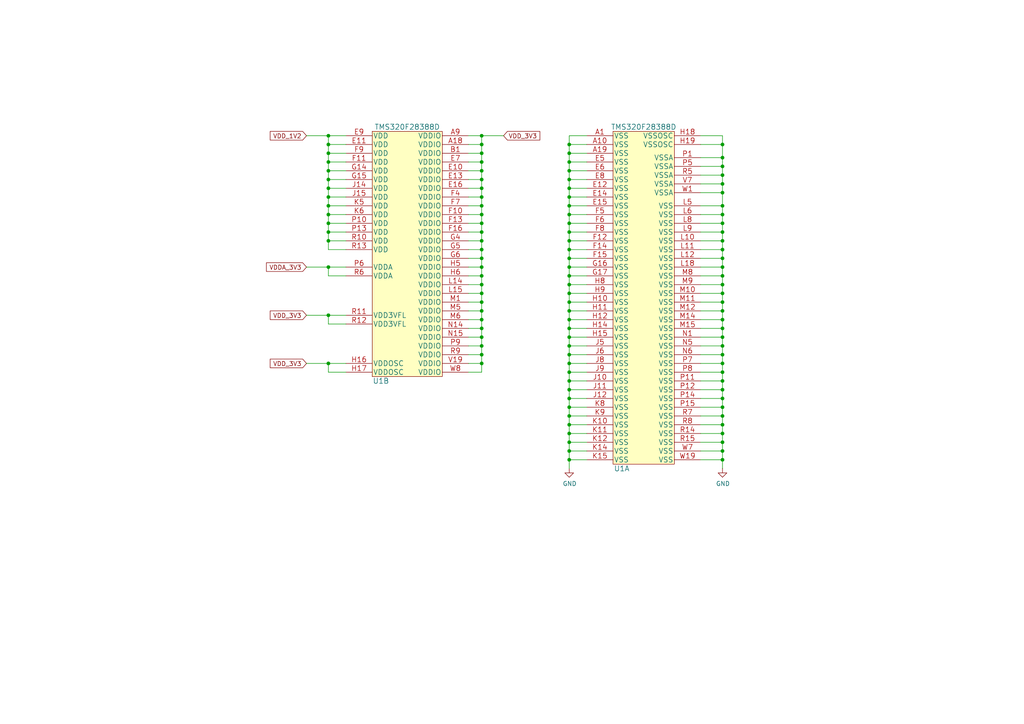
<source format=kicad_sch>
(kicad_sch (version 20231120) (generator "eeschema") (generator_version "8.0")
  (paper "A4")
  (title_block (title "Open MOtor DRiver Initiative  - Single Axis (OMODRI_SA)") (date "2025-03-07") (rev "1.0") (company "LAAS/CNRS"))
  (lib_symbols
    (symbol "omodri_lib:TMS320F28388D" (pin_names (offset 0.254))
      (property "Reference" "U" (at -8.89 55.88 0))
      (property "Value" "TMS320F28388D" (at 0 53.34 0))
      (symbol "TMS320F28388D_1_1"
        (rectangle (start -8.89 49.53) (end 8.89 -46.99) (fill (type background)))
        (pin power_in line (at -16.51 48.26 0) (length 7.62) (name "VSS") (number "A1"))
        (pin power_in line (at -16.51 45.72 0) (length 7.62) (name "VSS") (number "A10"))
        (pin power_in line (at -16.51 43.18 0) (length 7.62) (name "VSS") (number "A19"))
        (pin power_in line (at -16.51 33.02 0) (length 7.62) (name "VSS") (number "E12"))
        (pin power_in line (at -16.51 30.48 0) (length 7.62) (name "VSS") (number "E14"))
        (pin power_in line (at -16.51 27.94 0) (length 7.62) (name "VSS") (number "E15"))
        (pin power_in line (at -16.51 40.64 0) (length 7.62) (name "VSS") (number "E5"))
        (pin power_in line (at -16.51 38.1 0) (length 7.62) (name "VSS") (number "E6"))
        (pin power_in line (at -16.51 35.56 0) (length 7.62) (name "VSS") (number "E8"))
        (pin power_in line (at -16.51 17.78 0) (length 7.62) (name "VSS") (number "F12"))
        (pin power_in line (at -16.51 15.24 0) (length 7.62) (name "VSS") (number "F14"))
        (pin power_in line (at -16.51 12.7 0) (length 7.62) (name "VSS") (number "F15"))
        (pin power_in line (at -16.51 25.4 0) (length 7.62) (name "VSS") (number "F5"))
        (pin power_in line (at -16.51 22.86 0) (length 7.62) (name "VSS") (number "F6"))
        (pin power_in line (at -16.51 20.32 0) (length 7.62) (name "VSS") (number "F8"))
        (pin power_in line (at -16.51 10.16 0) (length 7.62) (name "VSS") (number "G16"))
        (pin power_in line (at -16.51 7.62 0) (length 7.62) (name "VSS") (number "G17"))
        (pin power_in line (at -16.51 0 0) (length 7.62) (name "VSS") (number "H10"))
        (pin power_in line (at -16.51 -2.54 0) (length 7.62) (name "VSS") (number "H11"))
        (pin power_in line (at -16.51 -5.08 0) (length 7.62) (name "VSS") (number "H12"))
        (pin power_in line (at -16.51 -7.62 0) (length 7.62) (name "VSS") (number "H14"))
        (pin power_in line (at -16.51 -10.16 0) (length 7.62) (name "VSS") (number "H15"))
        (pin power_in line (at 16.51 48.26 180) (length 7.62) (name "VSSOSC") (number "H18"))
        (pin power_in line (at 16.51 45.72 180) (length 7.62) (name "VSSOSC") (number "H19"))
        (pin power_in line (at -16.51 5.08 0) (length 7.62) (name "VSS") (number "H8"))
        (pin power_in line (at -16.51 2.54 0) (length 7.62) (name "VSS") (number "H9"))
        (pin power_in line (at -16.51 -22.86 0) (length 7.62) (name "VSS") (number "J10"))
        (pin power_in line (at -16.51 -25.4 0) (length 7.62) (name "VSS") (number "J11"))
        (pin power_in line (at -16.51 -27.94 0) (length 7.62) (name "VSS") (number "J12"))
        (pin power_in line (at -16.51 -12.7 0) (length 7.62) (name "VSS") (number "J5"))
        (pin power_in line (at -16.51 -15.24 0) (length 7.62) (name "VSS") (number "J6"))
        (pin power_in line (at -16.51 -17.78 0) (length 7.62) (name "VSS") (number "J8"))
        (pin power_in line (at -16.51 -20.32 0) (length 7.62) (name "VSS") (number "J9"))
        (pin power_in line (at -16.51 -35.56 0) (length 7.62) (name "VSS") (number "K10"))
        (pin power_in line (at -16.51 -38.1 0) (length 7.62) (name "VSS") (number "K11"))
        (pin power_in line (at -16.51 -40.64 0) (length 7.62) (name "VSS") (number "K12"))
        (pin power_in line (at -16.51 -43.18 0) (length 7.62) (name "VSS") (number "K14"))
        (pin power_in line (at -16.51 -45.72 0) (length 7.62) (name "VSS") (number "K15"))
        (pin power_in line (at -16.51 -30.48 0) (length 7.62) (name "VSS") (number "K8"))
        (pin power_in line (at -16.51 -33.02 0) (length 7.62) (name "VSS") (number "K9"))
        (pin power_in line (at 16.51 17.78 180) (length 7.62) (name "VSS") (number "L10"))
        (pin power_in line (at 16.51 15.24 180) (length 7.62) (name "VSS") (number "L11"))
        (pin power_in line (at 16.51 12.7 180) (length 7.62) (name "VSS") (number "L12"))
        (pin power_in line (at 16.51 10.16 180) (length 7.62) (name "VSS") (number "L18"))
        (pin power_in line (at 16.51 27.94 180) (length 7.62) (name "VSS") (number "L5"))
        (pin power_in line (at 16.51 25.4 180) (length 7.62) (name "VSS") (number "L6"))
        (pin power_in line (at 16.51 22.86 180) (length 7.62) (name "VSS") (number "L8"))
        (pin power_in line (at 16.51 20.32 180) (length 7.62) (name "VSS") (number "L9"))
        (pin power_in line (at 16.51 2.54 180) (length 7.62) (name "VSS") (number "M10"))
        (pin power_in line (at 16.51 0 180) (length 7.62) (name "VSS") (number "M11"))
        (pin power_in line (at 16.51 -2.54 180) (length 7.62) (name "VSS") (number "M12"))
        (pin power_in line (at 16.51 -5.08 180) (length 7.62) (name "VSS") (number "M14"))
        (pin power_in line (at 16.51 -7.62 180) (length 7.62) (name "VSS") (number "M15"))
        (pin power_in line (at 16.51 7.62 180) (length 7.62) (name "VSS") (number "M8"))
        (pin power_in line (at 16.51 5.08 180) (length 7.62) (name "VSS") (number "M9"))
        (pin power_in line (at 16.51 -10.16 180) (length 7.62) (name "VSS") (number "N1"))
        (pin power_in line (at 16.51 -12.7 180) (length 7.62) (name "VSS") (number "N5"))
        (pin power_in line (at 16.51 -15.24 180) (length 7.62) (name "VSS") (number "N6"))
        (pin power_in line (at 16.51 41.91 180) (length 7.62) (name "VSSA") (number "P1"))
        (pin power_in line (at 16.51 -22.86 180) (length 7.62) (name "VSS") (number "P11"))
        (pin power_in line (at 16.51 -25.4 180) (length 7.62) (name "VSS") (number "P12"))
        (pin power_in line (at 16.51 -27.94 180) (length 7.62) (name "VSS") (number "P14"))
        (pin power_in line (at 16.51 -30.48 180) (length 7.62) (name "VSS") (number "P15"))
        (pin power_in line (at 16.51 39.37 180) (length 7.62) (name "VSSA") (number "P5"))
        (pin power_in line (at 16.51 -17.78 180) (length 7.62) (name "VSS") (number "P7"))
        (pin power_in line (at 16.51 -20.32 180) (length 7.62) (name "VSS") (number "P8"))
        (pin power_in line (at 16.51 -38.1 180) (length 7.62) (name "VSS") (number "R14"))
        (pin power_in line (at 16.51 -40.64 180) (length 7.62) (name "VSS") (number "R15"))
        (pin power_in line (at 16.51 36.83 180) (length 7.62) (name "VSSA") (number "R5"))
        (pin power_in line (at 16.51 -33.02 180) (length 7.62) (name "VSS") (number "R7"))
        (pin power_in line (at 16.51 -35.56 180) (length 7.62) (name "VSS") (number "R8"))
        (pin power_in line (at 16.51 34.29 180) (length 7.62) (name "VSSA") (number "V7"))
        (pin power_in line (at 16.51 31.75 180) (length 7.62) (name "VSSA") (number "W1"))
        (pin power_in line (at 16.51 -45.72 180) (length 7.62) (name "VSS") (number "W19"))
        (pin power_in line (at 16.51 -43.18 180) (length 7.62) (name "VSS") (number "W7"))
      )
      (symbol "TMS320F28388D_2_1"
        (rectangle (start -10.16 49.53) (end 10.16 -21.59) (fill (type background)))
        (pin power_in line (at 17.78 45.72 180) (length 7.62) (name "VDDIO") (number "A18"))
        (pin power_in line (at 17.78 48.26 180) (length 7.62) (name "VDDIO") (number "A9"))
        (pin power_in line (at 17.78 43.18 180) (length 7.62) (name "VDDIO") (number "B1"))
        (pin power_in line (at 17.78 38.1 180) (length 7.62) (name "VDDIO") (number "E10"))
        (pin power_in line (at -17.78 45.72 0) (length 7.62) (name "VDD") (number "E11"))
        (pin power_in line (at 17.78 35.56 180) (length 7.62) (name "VDDIO") (number "E13"))
        (pin power_in line (at 17.78 33.02 180) (length 7.62) (name "VDDIO") (number "E16"))
        (pin power_in line (at 17.78 40.64 180) (length 7.62) (name "VDDIO") (number "E7"))
        (pin power_in line (at -17.78 48.26 0) (length 7.62) (name "VDD") (number "E9"))
        (pin power_in line (at 17.78 25.4 180) (length 7.62) (name "VDDIO") (number "F10"))
        (pin power_in line (at -17.78 40.64 0) (length 7.62) (name "VDD") (number "F11"))
        (pin power_in line (at 17.78 22.86 180) (length 7.62) (name "VDDIO") (number "F13"))
        (pin power_in line (at 17.78 20.32 180) (length 7.62) (name "VDDIO") (number "F16"))
        (pin power_in line (at 17.78 30.48 180) (length 7.62) (name "VDDIO") (number "F4"))
        (pin power_in line (at 17.78 27.94 180) (length 7.62) (name "VDDIO") (number "F7"))
        (pin power_in line (at -17.78 43.18 0) (length 7.62) (name "VDD") (number "F9"))
        (pin power_in line (at -17.78 38.1 0) (length 7.62) (name "VDD") (number "G14"))
        (pin power_in line (at -17.78 35.56 0) (length 7.62) (name "VDD") (number "G15"))
        (pin power_in line (at 17.78 17.78 180) (length 7.62) (name "VDDIO") (number "G4"))
        (pin power_in line (at 17.78 15.24 180) (length 7.62) (name "VDDIO") (number "G5"))
        (pin power_in line (at 17.78 12.7 180) (length 7.62) (name "VDDIO") (number "G6"))
        (pin power_in line (at -17.78 -17.78 0) (length 7.62) (name "VDDOSC") (number "H16"))
        (pin power_in line (at -17.78 -20.32 0) (length 7.62) (name "VDDOSC") (number "H17"))
        (pin power_in line (at 17.78 10.16 180) (length 7.62) (name "VDDIO") (number "H5"))
        (pin power_in line (at 17.78 7.62 180) (length 7.62) (name "VDDIO") (number "H6"))
        (pin power_in line (at -17.78 33.02 0) (length 7.62) (name "VDD") (number "J14"))
        (pin power_in line (at -17.78 30.48 0) (length 7.62) (name "VDD") (number "J15"))
        (pin power_in line (at -17.78 27.94 0) (length 7.62) (name "VDD") (number "K5"))
        (pin power_in line (at -17.78 25.4 0) (length 7.62) (name "VDD") (number "K6"))
        (pin power_in line (at 17.78 5.08 180) (length 7.62) (name "VDDIO") (number "L14"))
        (pin power_in line (at 17.78 2.54 180) (length 7.62) (name "VDDIO") (number "L15"))
        (pin power_in line (at 17.78 0 180) (length 7.62) (name "VDDIO") (number "M1"))
        (pin power_in line (at 17.78 -2.54 180) (length 7.62) (name "VDDIO") (number "M5"))
        (pin power_in line (at 17.78 -5.08 180) (length 7.62) (name "VDDIO") (number "M6"))
        (pin power_in line (at 17.78 -7.62 180) (length 7.62) (name "VDDIO") (number "N14"))
        (pin power_in line (at 17.78 -10.16 180) (length 7.62) (name "VDDIO") (number "N15"))
        (pin power_in line (at -17.78 22.86 0) (length 7.62) (name "VDD") (number "P10"))
        (pin power_in line (at -17.78 20.32 0) (length 7.62) (name "VDD") (number "P13"))
        (pin power_in line (at -17.78 10.16 0) (length 7.62) (name "VDDA") (number "P6"))
        (pin power_in line (at 17.78 -12.7 180) (length 7.62) (name "VDDIO") (number "P9"))
        (pin power_in line (at -17.78 17.78 0) (length 7.62) (name "VDD") (number "R10"))
        (pin power_in line (at -17.78 -3.81 0) (length 7.62) (name "VDD3VFL") (number "R11"))
        (pin power_in line (at -17.78 -6.35 0) (length 7.62) (name "VDD3VFL") (number "R12"))
        (pin power_in line (at -17.78 15.24 0) (length 7.62) (name "VDD") (number "R13"))
        (pin power_in line (at -17.78 7.62 0) (length 7.62) (name "VDDA") (number "R6"))
        (pin power_in line (at 17.78 -15.24 180) (length 7.62) (name "VDDIO") (number "R9"))
        (pin power_in line (at 17.78 -17.78 180) (length 7.62) (name "VDDIO") (number "V19"))
        (pin power_in line (at 17.78 -20.32 180) (length 7.62) (name "VDDIO") (number "W8"))
      )
      (symbol "TMS320F28388D_3_1"
        (rectangle (start -11.43 49.53) (end 11.43 -21.59) (fill (type background)))
        (pin power_in line (at -19.05 7.62 0) (length 7.62) (name "VREFLOC") (number "P2"))
        (pin input line (at 19.05 10.16 180) (length 7.62) (name "ADCINC3") (number "P3"))
        (pin input line (at 19.05 5.08 180) (length 7.62) (name "ADCINC5") (number "P4"))
        (pin power_in line (at -19.05 43.18 0) (length 7.62) (name "VREFHIC") (number "R1"))
        (pin power_in line (at -19.05 12.7 0) (length 7.62) (name "VREFLOA") (number "R2"))
        (pin input line (at 19.05 12.7 180) (length 7.62) (name "ADCINC2") (number "R3"))
        (pin input line (at 19.05 7.62 180) (length 7.62) (name "ADCINC4") (number "R4"))
        (pin input line (at 19.05 45.72 180) (length 7.62) (name "ADCINA1") (number "T1"))
        (pin input line (at 19.05 40.64 180) (length 7.62) (name "ADCINA3") (number "T2"))
        (pin input line (at 19.05 35.56 180) (length 7.62) (name "ADCINA5") (number "T3"))
        (pin input line (at 19.05 -17.78 180) (length 7.62) (name "ADCIN14") (number "T4"))
        (pin input line (at 19.05 0 180) (length 7.62) (name "ADCIND0") (number "T5"))
        (pin input line (at 19.05 -5.08 180) (length 7.62) (name "ADCIND2") (number "T6"))
        (pin input line (at 19.05 -10.16 180) (length 7.62) (name "ADCIND4") (number "T7"))
        (pin input line (at 19.05 48.26 180) (length 7.62) (name "ADCINA0") (number "U1"))
        (pin input line (at 19.05 43.18 180) (length 7.62) (name "ADCINA2") (number "U2"))
        (pin input line (at 19.05 38.1 180) (length 7.62) (name "ADCINA4") (number "U3"))
        (pin input line (at 19.05 -20.32 180) (length 7.62) (name "ADCIN15") (number "U4"))
        (pin input line (at 19.05 -2.54 180) (length 7.62) (name "ADCIND1") (number "U5"))
        (pin input line (at 19.05 -7.62 180) (length 7.62) (name "ADCIND3") (number "U6"))
        (pin input line (at 19.05 -12.7 180) (length 7.62) (name "ADCIND5") (number "U7"))
        (pin power_in line (at -19.05 48.26 0) (length 7.62) (name "VREFHIA") (number "V1"))
        (pin input line (at 19.05 30.48 180) (length 7.62) (name "ADCINB0") (number "V2"))
        (pin input line (at 19.05 25.4 180) (length 7.62) (name "ADCINB2") (number "V3"))
        (pin input line (at 19.05 20.32 180) (length 7.62) (name "ADCINB4") (number "V4"))
        (pin power_in line (at -19.05 40.64 0) (length 7.62) (name "VREFHID") (number "V5"))
        (pin power_in line (at -19.05 10.16 0) (length 7.62) (name "VREFLOB") (number "V6"))
        (pin input line (at 19.05 27.94 180) (length 7.62) (name "ADCINB1") (number "W2"))
        (pin input line (at 19.05 22.86 180) (length 7.62) (name "ADCINB3") (number "W3"))
        (pin input line (at 19.05 17.78 180) (length 7.62) (name "ADCINB5") (number "W4"))
        (pin power_in line (at -19.05 45.72 0) (length 7.62) (name "VREFHIB") (number "W5"))
        (pin power_in line (at -19.05 5.08 0) (length 7.62) (name "VREFLOD") (number "W6"))
      )
      (symbol "TMS320F28388D_4_1"
        (rectangle (start -8.89 49.53) (end 8.89 -31.75) (fill (type background)))
        (pin passive line (at 16.51 33.02 180) (length 7.62) (name "GPIO6") (number "A6"))
        (pin passive line (at 16.51 43.18 180) (length 7.62) (name "GPIO2") (number "A7"))
        (pin passive line (at 16.51 22.86 180) (length 7.62) (name "GPIO10") (number "B2"))
        (pin passive line (at 16.51 30.48 180) (length 7.62) (name "GPIO7") (number "B6"))
        (pin passive line (at 16.51 40.64 180) (length 7.62) (name "GPIO3") (number "B7"))
        (pin passive line (at 16.51 20.32 180) (length 7.62) (name "GPIO11") (number "C1"))
        (pin passive line (at 16.51 17.78 180) (length 7.62) (name "GPIO12") (number "C2"))
        (pin passive line (at 16.51 38.1 180) (length 7.62) (name "GPIO4") (number "C7"))
        (pin passive line (at 16.51 48.26 180) (length 7.62) (name "GPIO0") (number "C8"))
        (pin passive line (at 16.51 15.24 180) (length 7.62) (name "GPIO13") (number "D1"))
        (pin passive line (at 16.51 12.7 180) (length 7.62) (name "GPIO14") (number "D2"))
        (pin passive line (at 16.51 10.16 180) (length 7.62) (name "GPIO15") (number "D3"))
        (pin passive line (at 16.51 35.56 180) (length 7.62) (name "GPIO5") (number "D7"))
        (pin passive line (at 16.51 45.72 180) (length 7.62) (name "GPIO1") (number "D8"))
        (pin passive line (at 16.51 7.62 180) (length 7.62) (name "GPIO16") (number "E1"))
        (pin passive line (at 16.51 5.08 180) (length 7.62) (name "GPIO17") (number "E2"))
        (pin passive line (at 16.51 2.54 180) (length 7.62) (name "GPIO18") (number "E3"))
        (pin passive line (at 16.51 0 180) (length 7.62) (name "GPIO19") (number "E4"))
        (pin passive line (at 16.51 -2.54 180) (length 7.62) (name "GPIO20") (number "F2"))
        (pin passive line (at 16.51 -5.08 180) (length 7.62) (name "GPIO21") (number "F3"))
        (pin passive line (at 16.51 27.94 180) (length 7.62) (name "GPIO8") (number "G2"))
        (pin passive line (at 16.51 25.4 180) (length 7.62) (name "GPIO9") (number "G3"))
        (pin passive line (at 16.51 -7.62 180) (length 7.62) (name "GPIO22") (number "J4"))
        (pin passive line (at 16.51 -17.78 180) (length 7.62) (name "GPIO26") (number "K1"))
        (pin passive line (at 16.51 -15.24 180) (length 7.62) (name "GPIO25") (number "K2"))
        (pin passive line (at 16.51 -12.7 180) (length 7.62) (name "GPIO24") (number "K3"))
        (pin passive line (at 16.51 -10.16 180) (length 7.62) (name "GPIO23") (number "K4"))
        (pin passive line (at 16.51 -20.32 180) (length 7.62) (name "GPIO27") (number "L1"))
        (pin passive line (at 16.51 -27.94 180) (length 7.62) (name "GPIO30") (number "T11"))
        (pin passive line (at 16.51 -30.48 180) (length 7.62) (name "GPIO31") (number "U11"))
        (pin passive line (at 16.51 -22.86 180) (length 7.62) (name "GPIO28") (number "V11"))
        (pin passive line (at 16.51 -25.4 180) (length 7.62) (name "GPIO29") (number "W11"))
      )
      (symbol "TMS320F28388D_5_1"
        (rectangle (start -8.89 49.53) (end 8.89 -31.75) (fill (type background)))
        (pin passive line (at 16.51 20.32 180) (length 7.62) (name "GPIO43") (number "C19"))
        (pin passive line (at 16.51 22.86 180) (length 7.62) (name "GPIO42") (number "D19"))
        (pin passive line (at 16.51 10.16 180) (length 7.62) (name "GPIO47") (number "E18"))
        (pin passive line (at 16.51 12.7 180) (length 7.62) (name "GPIO46") (number "E19"))
        (pin passive line (at 16.51 -30.48 180) (length 7.62) (name "GPIO63") (number "J16"))
        (pin passive line (at 16.51 -27.94 180) (length 7.62) (name "GPIO62") (number "J17"))
        (pin passive line (at 16.51 17.78 180) (length 7.62) (name "GPIO44") (number "K18"))
        (pin passive line (at 16.51 15.24 180) (length 7.62) (name "GPIO45") (number "K19"))
        (pin passive line (at 16.51 -25.4 180) (length 7.62) (name "GPIO61") (number "L16"))
        (pin passive line (at 16.51 -20.32 180) (length 7.62) (name "GPIO59") (number "M16"))
        (pin passive line (at 16.51 -22.86 180) (length 7.62) (name "GPIO60") (number "M17"))
        (pin passive line (at 16.51 -12.7 180) (length 7.62) (name "GPIO56") (number "N16"))
        (pin passive line (at 16.51 -17.78 180) (length 7.62) (name "GPIO58") (number "N17"))
        (pin passive line (at 16.51 -15.24 180) (length 7.62) (name "GPIO57") (number "N18"))
        (pin passive line (at 16.51 -2.54 180) (length 7.62) (name "GPIO52") (number "P16"))
        (pin passive line (at 16.51 -5.08 180) (length 7.62) (name "GPIO53") (number "P17"))
        (pin passive line (at 16.51 -7.62 180) (length 7.62) (name "GPIO54") (number "P18"))
        (pin passive line (at 16.51 -10.16 180) (length 7.62) (name "GPIO55") (number "P19"))
        (pin passive line (at 16.51 7.62 180) (length 7.62) (name "GPIO48") (number "R16"))
        (pin passive line (at 16.51 5.08 180) (length 7.62) (name "GPIO49") (number "R17"))
        (pin passive line (at 16.51 2.54 180) (length 7.62) (name "GPIO50") (number "R18"))
        (pin passive line (at 16.51 0 180) (length 7.62) (name "GPIO51") (number "R19"))
        (pin passive line (at 16.51 45.72 180) (length 7.62) (name "GPIO33") (number "T13"))
        (pin passive line (at 16.51 40.64 180) (length 7.62) (name "GPIO35") (number "T14"))
        (pin passive line (at 16.51 33.02 180) (length 7.62) (name "GPIO38") (number "T16"))
        (pin passive line (at 16.51 48.26 180) (length 7.62) (name "GPIO32") (number "U13"))
        (pin passive line (at 16.51 43.18 180) (length 7.62) (name "GPIO34") (number "U14"))
        (pin passive line (at 16.51 35.56 180) (length 7.62) (name "GPIO37") (number "U16"))
        (pin passive line (at 16.51 25.4 180) (length 7.62) (name "GPIO41") (number "U17"))
        (pin passive line (at 16.51 38.1 180) (length 7.62) (name "GPIO36") (number "V16"))
        (pin passive line (at 16.51 27.94 180) (length 7.62) (name "GPIO40") (number "V17"))
        (pin passive line (at 16.51 30.48 180) (length 7.62) (name "GPIO39") (number "W17"))
      )
      (symbol "TMS320F28388D_6_1"
        (rectangle (start -8.89 49.53) (end 8.89 -31.75) (fill (type background)))
        (pin passive line (at 16.51 -2.54 180) (length 7.62) (name "GPIO84") (number "A11"))
        (pin passive line (at 16.51 5.08 180) (length 7.62) (name "GPIO81") (number "A14"))
        (pin passive line (at 16.51 15.24 180) (length 7.62) (name "GPIO77") (number "A15"))
        (pin passive line (at 16.51 25.4 180) (length 7.62) (name "GPIO73") (number "A16"))
        (pin passive line (at 16.51 33.02 180) (length 7.62) (name "GPIO70") (number "A17"))
        (pin passive line (at 16.51 -27.94 180) (length 7.62) (name "GPIO94") (number "A3"))
        (pin passive line (at 16.51 -22.86 180) (length 7.62) (name "GPIO92") (number "A4"))
        (pin passive line (at 16.51 -17.78 180) (length 7.62) (name "GPIO90") (number "A5"))
        (pin passive line (at 16.51 -5.08 180) (length 7.62) (name "GPIO85") (number "B11"))
        (pin passive line (at 16.51 2.54 180) (length 7.62) (name "GPIO82") (number "B14"))
        (pin passive line (at 16.51 12.7 180) (length 7.62) (name "GPIO78") (number "B15"))
        (pin passive line (at 16.51 27.94 180) (length 7.62) (name "GPIO72") (number "B16"))
        (pin passive line (at 16.51 30.48 180) (length 7.62) (name "GPIO71") (number "B17"))
        (pin passive line (at 16.51 35.56 180) (length 7.62) (name "GPIO69") (number "B18"))
        (pin passive line (at 16.51 40.64 180) (length 7.62) (name "GPIO67") (number "B19"))
        (pin passive line (at 16.51 -30.48 180) (length 7.62) (name "GPIO95") (number "B3"))
        (pin passive line (at 16.51 -25.4 180) (length 7.62) (name "GPIO93") (number "B4"))
        (pin passive line (at 16.51 -20.32 180) (length 7.62) (name "GPIO91") (number "B5"))
        (pin passive line (at 16.51 -7.62 180) (length 7.62) (name "GPIO86") (number "C11"))
        (pin passive line (at 16.51 0 180) (length 7.62) (name "GPIO83") (number "C14"))
        (pin passive line (at 16.51 10.16 180) (length 7.62) (name "GPIO79") (number "C15"))
        (pin passive line (at 16.51 17.78 180) (length 7.62) (name "GPIO76") (number "C16"))
        (pin passive line (at 16.51 22.86 180) (length 7.62) (name "GPIO74") (number "C17"))
        (pin passive line (at 16.51 38.1 180) (length 7.62) (name "GPIO68") (number "C18"))
        (pin passive line (at 16.51 -12.7 180) (length 7.62) (name "GPIO88") (number "C6"))
        (pin passive line (at 16.51 -10.16 180) (length 7.62) (name "GPIO87") (number "D11"))
        (pin passive line (at 16.51 7.62 180) (length 7.62) (name "GPIO80") (number "D15"))
        (pin passive line (at 16.51 20.32 180) (length 7.62) (name "GPIO75") (number "D16"))
        (pin passive line (at 16.51 -15.24 180) (length 7.62) (name "GPIO89") (number "D6"))
        (pin passive line (at 16.51 45.72 180) (length 7.62) (name "GPIO65") (number "K16"))
        (pin passive line (at 16.51 43.18 180) (length 7.62) (name "GPIO66") (number "K17"))
        (pin passive line (at 16.51 48.26 180) (length 7.62) (name "GPIO64") (number "L17"))
      )
      (symbol "TMS320F28388D_7_1"
        (rectangle (start -8.89 49.53) (end 8.89 -31.75) (fill (type background)))
        (pin passive line (at 16.51 45.72 180) (length 7.62) (name "GPIO97") (number "A2"))
        (pin passive line (at 16.51 48.26 180) (length 7.62) (name "GPIO96") (number "C3"))
        (pin passive line (at 16.51 43.18 180) (length 7.62) (name "GPIO98") (number "F1"))
        (pin passive line (at 16.51 40.64 180) (length 7.62) (name "GPIO99") (number "G1"))
        (pin passive line (at 16.51 38.1 180) (length 7.62) (name "GPIO100") (number "H1"))
        (pin passive line (at 16.51 35.56 180) (length 7.62) (name "GPIO101") (number "H2"))
        (pin passive line (at 16.51 33.02 180) (length 7.62) (name "GPIO102") (number "H3"))
        (pin passive line (at 16.51 30.48 180) (length 7.62) (name "GPIO103") (number "J1"))
        (pin passive line (at 16.51 27.94 180) (length 7.62) (name "GPIO104") (number "J2"))
        (pin passive line (at 16.51 25.4 180) (length 7.62) (name "GPIO105") (number "J3"))
        (pin passive line (at 16.51 22.86 180) (length 7.62) (name "GPIO106") (number "L2"))
        (pin passive line (at 16.51 20.32 180) (length 7.62) (name "GPIO107") (number "L3"))
        (pin passive line (at 16.51 17.78 180) (length 7.62) (name "GPIO108") (number "L4"))
        (pin passive line (at 16.51 12.7 180) (length 7.62) (name "GPIO110") (number "M2"))
        (pin passive line (at 16.51 7.62 180) (length 7.62) (name "GPIO112") (number "M3"))
        (pin passive line (at 16.51 10.16 180) (length 7.62) (name "GPIO111") (number "M4"))
        (pin passive line (at 16.51 15.24 180) (length 7.62) (name "GPIO109") (number "N2"))
        (pin passive line (at 16.51 2.54 180) (length 7.62) (name "GPIO114") (number "N3"))
        (pin passive line (at 16.51 5.08 180) (length 7.62) (name "GPIO113") (number "N4"))
        (pin passive line (at 16.51 -7.62 180) (length 7.62) (name "GPIO118") (number "T12"))
        (pin passive line (at 16.51 -10.16 180) (length 7.62) (name "GPIO119") (number "T15"))
        (pin passive line (at 16.51 -17.78 180) (length 7.62) (name "GPIO122") (number "T8"))
        (pin passive line (at 16.51 -25.4 180) (length 7.62) (name "GPIO125") (number "T9"))
        (pin passive line (at 16.51 -5.08 180) (length 7.62) (name "GPIO117") (number "U12"))
        (pin passive line (at 16.51 -12.7 180) (length 7.62) (name "GPIO120") (number "U15"))
        (pin passive line (at 16.51 -20.32 180) (length 7.62) (name "GPIO123") (number "U8"))
        (pin passive line (at 16.51 -27.94 180) (length 7.62) (name "GPIO126") (number "U9"))
        (pin passive line (at 16.51 0 180) (length 7.62) (name "GPIO115") (number "V12"))
        (pin passive line (at 16.51 -22.86 180) (length 7.62) (name "GPIO124") (number "V8"))
        (pin passive line (at 16.51 -30.48 180) (length 7.62) (name "GPIO127") (number "V9"))
        (pin passive line (at 16.51 -2.54 180) (length 7.62) (name "GPIO116") (number "W10"))
        (pin passive line (at 16.51 -15.24 180) (length 7.62) (name "GPIO121") (number "W16"))
      )
      (symbol "TMS320F28388D_8_1"
        (rectangle (start -8.89 49.53) (end 8.89 -31.75) (fill (type background)))
        (pin passive line (at 16.51 -15.24 180) (length 7.62) (name "GPIO153") (number "A12"))
        (pin passive line (at 16.51 -5.08 180) (length 7.62) (name "GPIO149") (number "A13"))
        (pin passive line (at 16.51 -25.4 180) (length 7.62) (name "GPIO157") (number "B10"))
        (pin passive line (at 16.51 -17.78 180) (length 7.62) (name "GPIO154") (number "B12"))
        (pin passive line (at 16.51 -7.62 180) (length 7.62) (name "GPIO150") (number "B13"))
        (pin passive line (at 16.51 -27.94 180) (length 7.62) (name "GPIO158") (number "C10"))
        (pin passive line (at 16.51 -20.32 180) (length 7.62) (name "GPIO155") (number "C12"))
        (pin passive line (at 16.51 -10.16 180) (length 7.62) (name "GPIO151") (number "C13"))
        (pin passive line (at 16.51 -30.48 180) (length 7.62) (name "GPIO159") (number "D10"))
        (pin passive line (at 16.51 -22.86 180) (length 7.62) (name "GPIO156") (number "D12"))
        (pin passive line (at 16.51 -12.7 180) (length 7.62) (name "GPIO152") (number "D13"))
        (pin passive line (at 16.51 -2.54 180) (length 7.62) (name "GPIO148") (number "D14"))
        (pin passive line (at 16.51 0 180) (length 7.62) (name "GPIO147") (number "D17"))
        (pin passive line (at 16.51 2.54 180) (length 7.62) (name "GPIO146") (number "D18"))
        (pin passive line (at 16.51 5.08 180) (length 7.62) (name "GPIO145") (number "E17"))
        (pin passive line (at 16.51 7.62 180) (length 7.62) (name "GPIO144") (number "F17"))
        (pin passive line (at 16.51 10.16 180) (length 7.62) (name "GPIO143") (number "F18"))
        (pin passive line (at 16.51 35.56 180) (length 7.62) (name "GPIO133") (number "G18"))
        (pin passive line (at 16.51 12.7 180) (length 7.62) (name "GPIO142") (number "L19"))
        (pin passive line (at 16.51 15.24 180) (length 7.62) (name "GPIO141") (number "M18"))
        (pin passive line (at 16.51 17.78 180) (length 7.62) (name "GPIO140") (number "M19"))
        (pin passive line (at 16.51 20.32 180) (length 7.62) (name "GPIO139") (number "N19"))
        (pin passive line (at 16.51 45.72 180) (length 7.62) (name "GPIO129") (number "T10"))
        (pin passive line (at 16.51 27.94 180) (length 7.62) (name "GPIO136") (number "T17"))
        (pin passive line (at 16.51 25.4 180) (length 7.62) (name "GPIO137") (number "T18"))
        (pin passive line (at 16.51 22.86 180) (length 7.62) (name "GPIO138") (number "T19"))
        (pin passive line (at 16.51 43.18 180) (length 7.62) (name "GPIO130") (number "U10"))
        (pin passive line (at 16.51 30.48 180) (length 7.62) (name "GPIO135") (number "U18"))
        (pin passive line (at 16.51 40.64 180) (length 7.62) (name "GPIO131") (number "V10"))
        (pin passive line (at 16.51 33.02 180) (length 7.62) (name "GPIO134") (number "V18"))
        (pin passive line (at 16.51 38.1 180) (length 7.62) (name "GPIO132") (number "W18"))
        (pin passive line (at 16.51 48.26 180) (length 7.62) (name "GPIO128") (number "W9"))
      )
      (symbol "TMS320F28388D_9_1"
        (rectangle (start -8.89 49.53) (end 8.89 26.67) (fill (type background)))
        (pin passive line (at 16.51 40.64 180) (length 7.62) (name "GPIO163") (number "A8"))
        (pin passive line (at 16.51 38.1 180) (length 7.62) (name "GPIO164") (number "B8"))
        (pin passive line (at 16.51 48.26 180) (length 7.62) (name "GPIO160") (number "B9"))
        (pin passive line (at 16.51 30.48 180) (length 7.62) (name "GPIO167") (number "C4"))
        (pin passive line (at 16.51 35.56 180) (length 7.62) (name "GPIO165") (number "C5"))
        (pin passive line (at 16.51 45.72 180) (length 7.62) (name "GPIO161") (number "C9"))
        (pin passive line (at 16.51 27.94 180) (length 7.62) (name "GPIO168") (number "D4"))
        (pin passive line (at 16.51 33.02 180) (length 7.62) (name "GPIO166") (number "D5"))
        (pin passive line (at 16.51 43.18 180) (length 7.62) (name "GPIO162") (number "D9"))
      )
      (symbol "TMS320F28388D_10_1"
        (rectangle (start -8.89 49.53) (end 8.89 16.51) (fill (type background)))
        (pin open_collector line (at -16.51 17.78 0) (length 7.62) (name "~{XRSn}") (number "F19"))
        (pin input clock (at -16.51 43.18 0) (length 7.62) (name "X1") (number "G19"))
        (pin no_connect line (at 16.51 35.56 180) (length 7.62) (name "NC") (number "H4"))
        (pin no_connect line (at 16.51 33.02 180) (length 7.62) (name "NC") (number "J18"))
        (pin output inverted_clock (at -16.51 40.64 0) (length 7.62) (name "X2") (number "J19"))
        (pin open_collector line (at 16.51 48.26 180) (length 7.62) (name "ERRORSTS") (number "U19"))
        (pin no_connect line (at 16.51 40.64 180) (length 7.62) (name "FLT2") (number "V13"))
        (pin input input_low (at 16.51 27.94 180) (length 7.62) (name "~{TRSTn}") (number "V14"))
        (pin input clock (at 16.51 25.4 180) (length 7.62) (name "TCK") (number "V15"))
        (pin no_connect line (at 16.51 43.18 180) (length 7.62) (name "FLT1") (number "W12"))
        (pin input line (at 16.51 20.32 180) (length 7.62) (name "TDI") (number "W13"))
        (pin input line (at 16.51 22.86 180) (length 7.62) (name "TMS") (number "W14"))
        (pin output line (at 16.51 17.78 180) (length 7.62) (name "TDO") (number "W15"))
      )
    )
    (symbol "power:GND" (power) (pin_numbers hide) (pin_names (offset 0) hide)
      (property "Value" "GND" (at 0 -3.81 0))
      (symbol "GND_0_1"
        (polyline (pts (xy 0 0) (xy 0 -1.27) (xy 1.27 -1.27) (xy 0 -2.54) (xy -1.27 -1.27) (xy 0 -1.27)))
      )
      (symbol "GND_1_1"
        (pin power_in line (at 0 0 270) (length 0) (name "~") (number "1"))
      )
    )
  )
  (junction (at 209.55 100.33))
  (junction (at 95.25 67.31))
  (junction (at 209.55 90.17))
  (junction (at 95.25 77.47))
  (junction (at 165.1 59.69))
  (junction (at 139.7 85.09))
  (junction (at 165.1 64.77))
  (junction (at 209.55 72.39))
  (junction (at 139.7 80.01))
  (junction (at 209.55 87.63))
  (junction (at 95.25 49.53))
  (junction (at 139.7 74.93))
  (junction (at 165.1 95.25))
  (junction (at 209.55 77.47))
  (junction (at 165.1 125.73))
  (junction (at 165.1 90.17))
  (junction (at 165.1 57.15))
  (junction (at 165.1 72.39))
  (junction (at 95.25 46.99))
  (junction (at 95.25 62.23))
  (junction (at 165.1 82.55))
  (junction (at 139.7 92.71))
  (junction (at 165.1 92.71))
  (junction (at 209.55 128.27))
  (junction (at 95.25 39.37))
  (junction (at 165.1 74.93))
  (junction (at 95.25 44.45))
  (junction (at 165.1 120.65))
  (junction (at 165.1 62.23))
  (junction (at 95.25 59.69))
  (junction (at 139.7 64.77))
  (junction (at 95.25 64.77))
  (junction (at 139.7 54.61))
  (junction (at 165.1 54.61))
  (junction (at 209.55 45.72))
  (junction (at 165.1 77.47))
  (junction (at 165.1 113.03))
  (junction (at 209.55 41.91))
  (junction (at 95.25 91.44))
  (junction (at 209.55 123.19))
  (junction (at 209.55 64.77))
  (junction (at 209.55 74.93))
  (junction (at 209.55 82.55))
  (junction (at 209.55 113.03))
  (junction (at 139.7 82.55))
  (junction (at 139.7 46.99))
  (junction (at 139.7 102.87))
  (junction (at 165.1 80.01))
  (junction (at 209.55 59.69))
  (junction (at 209.55 62.23))
  (junction (at 165.1 52.07))
  (junction (at 209.55 92.71))
  (junction (at 165.1 85.09))
  (junction (at 95.25 54.61))
  (junction (at 209.55 115.57))
  (junction (at 139.7 69.85))
  (junction (at 139.7 90.17))
  (junction (at 165.1 115.57))
  (junction (at 139.7 97.79))
  (junction (at 95.25 52.07))
  (junction (at 165.1 118.11))
  (junction (at 139.7 87.63))
  (junction (at 209.55 53.34))
  (junction (at 165.1 102.87))
  (junction (at 209.55 133.35))
  (junction (at 165.1 44.45))
  (junction (at 165.1 67.31))
  (junction (at 209.55 120.65))
  (junction (at 209.55 130.81))
  (junction (at 139.7 62.23))
  (junction (at 139.7 67.31))
  (junction (at 139.7 105.41))
  (junction (at 139.7 52.07))
  (junction (at 165.1 123.19))
  (junction (at 139.7 39.37))
  (junction (at 209.55 69.85))
  (junction (at 209.55 102.87))
  (junction (at 165.1 130.81))
  (junction (at 209.55 67.31))
  (junction (at 165.1 110.49))
  (junction (at 209.55 105.41))
  (junction (at 209.55 50.8))
  (junction (at 209.55 55.88))
  (junction (at 209.55 97.79))
  (junction (at 165.1 128.27))
  (junction (at 165.1 41.91))
  (junction (at 95.25 105.41))
  (junction (at 139.7 44.45))
  (junction (at 95.25 57.15))
  (junction (at 139.7 77.47))
  (junction (at 165.1 105.41))
  (junction (at 139.7 49.53))
  (junction (at 139.7 59.69))
  (junction (at 209.55 48.26))
  (junction (at 165.1 49.53))
  (junction (at 209.55 80.01))
  (junction (at 165.1 133.35))
  (junction (at 139.7 100.33))
  (junction (at 165.1 100.33))
  (junction (at 165.1 87.63))
  (junction (at 209.55 118.11))
  (junction (at 165.1 69.85))
  (junction (at 139.7 72.39))
  (junction (at 139.7 41.91))
  (junction (at 209.55 110.49))
  (junction (at 165.1 97.79))
  (junction (at 165.1 46.99))
  (junction (at 95.25 41.91))
  (junction (at 139.7 95.25))
  (junction (at 209.55 85.09))
  (junction (at 165.1 107.95))
  (junction (at 139.7 57.15))
  (junction (at 209.55 95.25))
  (junction (at 209.55 125.73))
  (junction (at 95.25 69.85))
  (junction (at 209.55 107.95))
  (wire (pts (xy 209.55 64.77) (xy 209.55 67.31)))
  (wire (pts (xy 203.2 80.01) (xy 209.55 80.01)))
  (wire (pts (xy 139.7 62.23) (xy 139.7 59.69)))
  (wire (pts (xy 203.2 59.69) (xy 209.55 59.69)))
  (wire (pts (xy 135.89 41.91) (xy 139.7 41.91)))
  (wire (pts (xy 165.1 44.45) (xy 170.18 44.45)))
  (wire (pts (xy 95.25 57.15) (xy 100.33 57.15)))
  (wire (pts (xy 209.55 102.87) (xy 209.55 105.41)))
  (wire (pts (xy 170.18 62.23) (xy 165.1 62.23)))
  (wire (pts (xy 209.55 72.39) (xy 209.55 74.93)))
  (wire (pts (xy 135.89 90.17) (xy 139.7 90.17)))
  (wire (pts (xy 209.55 120.65) (xy 209.55 123.19)))
  (wire (pts (xy 165.1 102.87) (xy 165.1 105.41)))
  (wire (pts (xy 209.55 77.47) (xy 209.55 80.01)))
  (wire (pts (xy 209.55 74.93) (xy 209.55 77.47)))
  (wire (pts (xy 165.1 52.07) (xy 170.18 52.07)))
  (wire (pts (xy 139.7 64.77) (xy 139.7 62.23)))
  (wire (pts (xy 165.1 49.53) (xy 170.18 49.53)))
  (wire (pts (xy 95.25 77.47) (xy 95.25 80.01)))
  (wire (pts (xy 170.18 74.93) (xy 165.1 74.93)))
  (wire (pts (xy 165.1 118.11) (xy 165.1 120.65)))
  (wire (pts (xy 135.89 102.87) (xy 139.7 102.87)))
  (wire (pts (xy 165.1 54.61) (xy 165.1 57.15)))
  (wire (pts (xy 95.25 93.98) (xy 100.33 93.98)))
  (wire (pts (xy 209.55 115.57) (xy 209.55 118.11)))
  (wire (pts (xy 95.25 57.15) (xy 95.25 54.61)))
  (wire (pts (xy 165.1 87.63) (xy 165.1 90.17)))
  (wire (pts (xy 203.2 97.79) (xy 209.55 97.79)))
  (wire (pts (xy 139.7 85.09) (xy 139.7 87.63)))
  (wire (pts (xy 135.89 107.95) (xy 139.7 107.95)))
  (wire (pts (xy 203.2 64.77) (xy 209.55 64.77)))
  (wire (pts (xy 139.7 41.91) (xy 139.7 39.37)))
  (wire (pts (xy 209.55 97.79) (xy 209.55 100.33)))
  (wire (pts (xy 165.1 52.07) (xy 165.1 54.61)))
  (wire (pts (xy 95.25 41.91) (xy 95.25 39.37)))
  (wire (pts (xy 165.1 113.03) (xy 165.1 115.57)))
  (wire (pts (xy 170.18 100.33) (xy 165.1 100.33)))
  (wire (pts (xy 139.7 92.71) (xy 139.7 90.17)))
  (wire (pts (xy 95.25 107.95) (xy 100.33 107.95)))
  (wire (pts (xy 135.89 100.33) (xy 139.7 100.33)))
  (wire (pts (xy 170.18 102.87) (xy 165.1 102.87)))
  (wire (pts (xy 209.55 123.19) (xy 209.55 125.73)))
  (wire (pts (xy 95.25 44.45) (xy 100.33 44.45)))
  (wire (pts (xy 209.55 118.11) (xy 209.55 120.65)))
  (wire (pts (xy 165.1 85.09) (xy 165.1 87.63)))
  (wire (pts (xy 170.18 80.01) (xy 165.1 80.01)))
  (wire (pts (xy 95.25 72.39) (xy 100.33 72.39)))
  (wire (pts (xy 165.1 92.71) (xy 165.1 95.25)))
  (wire (pts (xy 95.25 59.69) (xy 95.25 57.15)))
  (wire (pts (xy 135.89 54.61) (xy 139.7 54.61)))
  (wire (pts (xy 139.7 46.99) (xy 139.7 49.53)))
  (wire (pts (xy 209.55 87.63) (xy 209.55 90.17)))
  (wire (pts (xy 203.2 115.57) (xy 209.55 115.57)))
  (wire (pts (xy 209.55 48.26) (xy 209.55 50.8)))
  (wire (pts (xy 203.2 67.31) (xy 209.55 67.31)))
  (wire (pts (xy 203.2 90.17) (xy 209.55 90.17)))
  (wire (pts (xy 95.25 52.07) (xy 95.25 49.53)))
  (wire (pts (xy 95.25 52.07) (xy 100.33 52.07)))
  (wire (pts (xy 165.1 77.47) (xy 165.1 80.01)))
  (wire (pts (xy 135.89 105.41) (xy 139.7 105.41)))
  (wire (pts (xy 139.7 57.15) (xy 139.7 54.61)))
  (wire (pts (xy 135.89 85.09) (xy 139.7 85.09)))
  (wire (pts (xy 170.18 105.41) (xy 165.1 105.41)))
  (wire (pts (xy 95.25 105.41) (xy 100.33 105.41)))
  (wire (pts (xy 139.7 107.95) (xy 139.7 105.41)))
  (wire (pts (xy 95.25 69.85) (xy 100.33 69.85)))
  (wire (pts (xy 139.7 97.79) (xy 139.7 100.33)))
  (wire (pts (xy 135.89 97.79) (xy 139.7 97.79)))
  (wire (pts (xy 203.2 110.49) (xy 209.55 110.49)))
  (wire (pts (xy 165.1 133.35) (xy 165.1 135.89)))
  (wire (pts (xy 135.89 62.23) (xy 139.7 62.23)))
  (wire (pts (xy 209.55 39.37) (xy 209.55 41.91)))
  (wire (pts (xy 203.2 41.91) (xy 209.55 41.91)))
  (wire (pts (xy 95.25 44.45) (xy 95.25 46.99)))
  (wire (pts (xy 209.55 59.69) (xy 209.55 62.23)))
  (wire (pts (xy 135.89 46.99) (xy 139.7 46.99)))
  (wire (pts (xy 135.89 82.55) (xy 139.7 82.55)))
  (wire (pts (xy 203.2 125.73) (xy 209.55 125.73)))
  (wire (pts (xy 170.18 67.31) (xy 165.1 67.31)))
  (wire (pts (xy 170.18 92.71) (xy 165.1 92.71)))
  (wire (pts (xy 165.1 100.33) (xy 165.1 102.87)))
  (wire (pts (xy 88.9 91.44) (xy 95.25 91.44)))
  (wire (pts (xy 203.2 77.47) (xy 209.55 77.47)))
  (wire (pts (xy 170.18 87.63) (xy 165.1 87.63)))
  (wire (pts (xy 203.2 87.63) (xy 209.55 87.63)))
  (wire (pts (xy 135.89 64.77) (xy 139.7 64.77)))
  (wire (pts (xy 139.7 95.25) (xy 139.7 97.79)))
  (wire (pts (xy 170.18 69.85) (xy 165.1 69.85)))
  (wire (pts (xy 203.2 39.37) (xy 209.55 39.37)))
  (wire (pts (xy 165.1 97.79) (xy 165.1 100.33)))
  (wire (pts (xy 203.2 85.09) (xy 209.55 85.09)))
  (wire (pts (xy 135.89 80.01) (xy 139.7 80.01)))
  (wire (pts (xy 165.1 64.77) (xy 165.1 67.31)))
  (wire (pts (xy 209.55 69.85) (xy 209.55 72.39)))
  (wire (pts (xy 139.7 77.47) (xy 139.7 74.93)))
  (wire (pts (xy 139.7 59.69) (xy 139.7 57.15)))
  (wire (pts (xy 170.18 120.65) (xy 165.1 120.65)))
  (wire (pts (xy 139.7 74.93) (xy 139.7 72.39)))
  (wire (pts (xy 203.2 107.95) (xy 209.55 107.95)))
  (wire (pts (xy 165.1 72.39) (xy 165.1 74.93)))
  (wire (pts (xy 95.25 64.77) (xy 95.25 62.23)))
  (wire (pts (xy 203.2 55.88) (xy 209.55 55.88)))
  (wire (pts (xy 135.89 59.69) (xy 139.7 59.69)))
  (wire (pts (xy 135.89 49.53) (xy 139.7 49.53)))
  (wire (pts (xy 170.18 97.79) (xy 165.1 97.79)))
  (wire (pts (xy 95.25 62.23) (xy 100.33 62.23)))
  (wire (pts (xy 95.25 67.31) (xy 100.33 67.31)))
  (wire (pts (xy 203.2 133.35) (xy 209.55 133.35)))
  (wire (pts (xy 165.1 67.31) (xy 165.1 69.85)))
  (wire (pts (xy 95.25 62.23) (xy 95.25 59.69)))
  (wire (pts (xy 95.25 69.85) (xy 95.25 72.39)))
  (wire (pts (xy 95.25 67.31) (xy 95.25 69.85)))
  (wire (pts (xy 88.9 39.37) (xy 95.25 39.37)))
  (wire (pts (xy 95.25 54.61) (xy 100.33 54.61)))
  (wire (pts (xy 165.1 115.57) (xy 165.1 118.11)))
  (wire (pts (xy 203.2 69.85) (xy 209.55 69.85)))
  (wire (pts (xy 209.55 100.33) (xy 209.55 102.87)))
  (wire (pts (xy 135.89 67.31) (xy 139.7 67.31)))
  (wire (pts (xy 95.25 39.37) (xy 100.33 39.37)))
  (wire (pts (xy 203.2 113.03) (xy 209.55 113.03)))
  (wire (pts (xy 95.25 49.53) (xy 100.33 49.53)))
  (wire (pts (xy 203.2 105.41) (xy 209.55 105.41)))
  (wire (pts (xy 139.7 54.61) (xy 139.7 52.07)))
  (wire (pts (xy 95.25 49.53) (xy 95.25 46.99)))
  (wire (pts (xy 203.2 123.19) (xy 209.55 123.19)))
  (wire (pts (xy 170.18 118.11) (xy 165.1 118.11)))
  (wire (pts (xy 95.25 67.31) (xy 95.25 64.77)))
  (wire (pts (xy 209.55 133.35) (xy 209.55 135.89)))
  (wire (pts (xy 165.1 59.69) (xy 165.1 62.23)))
  (wire (pts (xy 88.9 77.47) (xy 95.25 77.47)))
  (wire (pts (xy 165.1 49.53) (xy 165.1 52.07)))
  (wire (pts (xy 95.25 59.69) (xy 100.33 59.69)))
  (wire (pts (xy 170.18 85.09) (xy 165.1 85.09)))
  (wire (pts (xy 165.1 125.73) (xy 165.1 128.27)))
  (wire (pts (xy 135.89 69.85) (xy 139.7 69.85)))
  (wire (pts (xy 88.9 105.41) (xy 95.25 105.41)))
  (wire (pts (xy 139.7 39.37) (xy 146.05 39.37)))
  (wire (pts (xy 95.25 105.41) (xy 95.25 107.95)))
  (wire (pts (xy 170.18 128.27) (xy 165.1 128.27)))
  (wire (pts (xy 165.1 57.15) (xy 165.1 59.69)))
  (wire (pts (xy 165.1 74.93) (xy 165.1 77.47)))
  (wire (pts (xy 203.2 62.23) (xy 209.55 62.23)))
  (wire (pts (xy 209.55 125.73) (xy 209.55 128.27)))
  (wire (pts (xy 209.55 80.01) (xy 209.55 82.55)))
  (wire (pts (xy 95.25 91.44) (xy 95.25 93.98)))
  (wire (pts (xy 203.2 53.34) (xy 209.55 53.34)))
  (wire (pts (xy 203.2 102.87) (xy 209.55 102.87)))
  (wire (pts (xy 165.1 54.61) (xy 170.18 54.61)))
  (wire (pts (xy 165.1 62.23) (xy 165.1 64.77)))
  (wire (pts (xy 165.1 123.19) (xy 165.1 125.73)))
  (wire (pts (xy 135.89 44.45) (xy 139.7 44.45)))
  (wire (pts (xy 165.1 69.85) (xy 165.1 72.39)))
  (wire (pts (xy 139.7 44.45) (xy 139.7 46.99)))
  (wire (pts (xy 170.18 123.19) (xy 165.1 123.19)))
  (wire (pts (xy 165.1 130.81) (xy 165.1 133.35)))
  (wire (pts (xy 165.1 44.45) (xy 165.1 46.99)))
  (wire (pts (xy 203.2 95.25) (xy 209.55 95.25)))
  (wire (pts (xy 165.1 110.49) (xy 165.1 113.03)))
  (wire (pts (xy 209.55 107.95) (xy 209.55 110.49)))
  (wire (pts (xy 95.25 77.47) (xy 100.33 77.47)))
  (wire (pts (xy 209.55 105.41) (xy 209.55 107.95)))
  (wire (pts (xy 209.55 85.09) (xy 209.55 87.63)))
  (wire (pts (xy 165.1 57.15) (xy 170.18 57.15)))
  (wire (pts (xy 95.25 91.44) (xy 100.33 91.44)))
  (wire (pts (xy 170.18 125.73) (xy 165.1 125.73)))
  (wire (pts (xy 165.1 39.37) (xy 170.18 39.37)))
  (wire (pts (xy 170.18 133.35) (xy 165.1 133.35)))
  (wire (pts (xy 135.89 92.71) (xy 139.7 92.71)))
  (wire (pts (xy 135.89 74.93) (xy 139.7 74.93)))
  (wire (pts (xy 209.55 41.91) (xy 209.55 45.72)))
  (wire (pts (xy 209.55 50.8) (xy 209.55 53.34)))
  (wire (pts (xy 209.55 110.49) (xy 209.55 113.03)))
  (wire (pts (xy 209.55 92.71) (xy 209.55 95.25)))
  (wire (pts (xy 203.2 118.11) (xy 209.55 118.11)))
  (wire (pts (xy 209.55 128.27) (xy 209.55 130.81)))
  (wire (pts (xy 203.2 72.39) (xy 209.55 72.39)))
  (wire (pts (xy 139.7 87.63) (xy 139.7 90.17)))
  (wire (pts (xy 209.55 67.31) (xy 209.55 69.85)))
  (wire (pts (xy 203.2 128.27) (xy 209.55 128.27)))
  (wire (pts (xy 139.7 82.55) (xy 139.7 80.01)))
  (wire (pts (xy 203.2 45.72) (xy 209.55 45.72)))
  (wire (pts (xy 165.1 59.69) (xy 170.18 59.69)))
  (wire (pts (xy 165.1 46.99) (xy 170.18 46.99)))
  (wire (pts (xy 203.2 82.55) (xy 209.55 82.55)))
  (wire (pts (xy 95.25 64.77) (xy 100.33 64.77)))
  (wire (pts (xy 165.1 41.91) (xy 165.1 44.45)))
  (wire (pts (xy 139.7 69.85) (xy 139.7 67.31)))
  (wire (pts (xy 165.1 107.95) (xy 165.1 110.49)))
  (wire (pts (xy 165.1 128.27) (xy 165.1 130.81)))
  (wire (pts (xy 209.55 113.03) (xy 209.55 115.57)))
  (wire (pts (xy 165.1 46.99) (xy 165.1 49.53)))
  (wire (pts (xy 209.55 55.88) (xy 209.55 59.69)))
  (wire (pts (xy 165.1 90.17) (xy 165.1 92.71)))
  (wire (pts (xy 209.55 62.23) (xy 209.55 64.77)))
  (wire (pts (xy 170.18 107.95) (xy 165.1 107.95)))
  (wire (pts (xy 135.89 95.25) (xy 139.7 95.25)))
  (wire (pts (xy 139.7 72.39) (xy 139.7 69.85)))
  (wire (pts (xy 209.55 90.17) (xy 209.55 92.71)))
  (wire (pts (xy 95.25 54.61) (xy 95.25 52.07)))
  (wire (pts (xy 209.55 53.34) (xy 209.55 55.88)))
  (wire (pts (xy 203.2 74.93) (xy 209.55 74.93)))
  (wire (pts (xy 170.18 113.03) (xy 165.1 113.03)))
  (wire (pts (xy 170.18 90.17) (xy 165.1 90.17)))
  (wire (pts (xy 203.2 48.26) (xy 209.55 48.26)))
  (wire (pts (xy 139.7 100.33) (xy 139.7 102.87)))
  (wire (pts (xy 203.2 100.33) (xy 209.55 100.33)))
  (wire (pts (xy 135.89 72.39) (xy 139.7 72.39)))
  (wire (pts (xy 165.1 39.37) (xy 165.1 41.91)))
  (wire (pts (xy 165.1 95.25) (xy 165.1 97.79)))
  (wire (pts (xy 209.55 45.72) (xy 209.55 48.26)))
  (wire (pts (xy 139.7 85.09) (xy 139.7 82.55)))
  (wire (pts (xy 170.18 130.81) (xy 165.1 130.81)))
  (wire (pts (xy 139.7 102.87) (xy 139.7 105.41)))
  (wire (pts (xy 165.1 120.65) (xy 165.1 123.19)))
  (wire (pts (xy 203.2 92.71) (xy 209.55 92.71)))
  (wire (pts (xy 139.7 44.45) (xy 139.7 41.91)))
  (wire (pts (xy 170.18 95.25) (xy 165.1 95.25)))
  (wire (pts (xy 135.89 87.63) (xy 139.7 87.63)))
  (wire (pts (xy 95.25 46.99) (xy 100.33 46.99)))
  (wire (pts (xy 139.7 95.25) (xy 139.7 92.71)))
  (wire (pts (xy 135.89 57.15) (xy 139.7 57.15)))
  (wire (pts (xy 170.18 115.57) (xy 165.1 115.57)))
  (wire (pts (xy 170.18 77.47) (xy 165.1 77.47)))
  (wire (pts (xy 95.25 80.01) (xy 100.33 80.01)))
  (wire (pts (xy 165.1 41.91) (xy 170.18 41.91)))
  (wire (pts (xy 95.25 41.91) (xy 100.33 41.91)))
  (wire (pts (xy 135.89 77.47) (xy 139.7 77.47)))
  (wire (pts (xy 170.18 110.49) (xy 165.1 110.49)))
  (wire (pts (xy 135.89 52.07) (xy 139.7 52.07)))
  (wire (pts (xy 139.7 52.07) (xy 139.7 49.53)))
  (wire (pts (xy 203.2 50.8) (xy 209.55 50.8)))
  (wire (pts (xy 170.18 82.55) (xy 165.1 82.55)))
  (wire (pts (xy 165.1 82.55) (xy 165.1 85.09)))
  (wire (pts (xy 203.2 120.65) (xy 209.55 120.65)))
  (wire (pts (xy 170.18 72.39) (xy 165.1 72.39)))
  (wire (pts (xy 135.89 39.37) (xy 139.7 39.37)))
  (wire (pts (xy 139.7 67.31) (xy 139.7 64.77)))
  (wire (pts (xy 209.55 130.81) (xy 209.55 133.35)))
  (wire (pts (xy 170.18 64.77) (xy 165.1 64.77)))
  (wire (pts (xy 95.25 41.91) (xy 95.25 44.45)))
  (wire (pts (xy 209.55 95.25) (xy 209.55 97.79)))
  (wire (pts (xy 165.1 105.41) (xy 165.1 107.95)))
  (wire (pts (xy 203.2 130.81) (xy 209.55 130.81)))
  (wire (pts (xy 165.1 80.01) (xy 165.1 82.55)))
  (wire (pts (xy 209.55 82.55) (xy 209.55 85.09)))
  (wire (pts (xy 139.7 80.01) (xy 139.7 77.47)))
  (global_label "VDDA_3V3" (shape input) (at 88.9 77.47 180) (property "Intersheetrefs" "${INTERSHEET_REFS}" (effects (hide yes))) (property "Références Inter-Feuilles" "${INTERSHEET_REFS}" (effects (hide yes))))
  (global_label "VDD_3V3" (shape input) (at 146.05 39.37 0) (property "Intersheetrefs" "${INTERSHEET_REFS}" (effects (hide yes))) (property "Références Inter-Feuilles" "${INTERSHEET_REFS}" (effects (hide yes))))
  (global_label "VDD_1V2" (shape input) (at 88.9 39.37 180) (property "Intersheetrefs" "${INTERSHEET_REFS}" (effects (hide yes))) (property "Références Inter-Feuilles" "${INTERSHEET_REFS}" (effects (hide yes))))
  (global_label "VDD_3V3" (shape input) (at 88.9 105.41 180) (property "Intersheetrefs" "${INTERSHEET_REFS}" (effects (hide yes))) (property "Références Inter-Feuilles" "${INTERSHEET_REFS}" (effects (hide yes))))
  (global_label "VDD_3V3" (shape input) (at 88.9 91.44 180) (property "Intersheetrefs" "${INTERSHEET_REFS}" (effects (hide yes))) (property "Références Inter-Feuilles" "${INTERSHEET_REFS}" (effects (hide yes))))
  (symbol (lib_id "omodri_lib:TMS320F28388D") (at 118.11 87.63 0) (unit 2)
    (property "Reference" "U1" (at 110.49 110.49 0) (effects (font (size 1.524 1.524))))
    (property "Value" "TMS320F28388D" (at 118.11 36.83 0) (effects (font (size 1.524 1.524))))
    (property "Footprint" "udriver3:NFBGA_337" (effects (hide yes)))
    (property "Datasheet" "https://www.ti.com/lit/ds/symlink/tms320f28388d.pdf" (effects (hide yes)))
    (property "Description" "C2000 family, 32-bit MCU with connectivity manager, 2x C28x+CLA CPU, 1.5-MB flash, FPU64, CLB, ENET, EtherCAT" (effects (hide yes)))
    (property "DigiKey" "296-F28388DZWTS-ND" (effects (hide yes)))
    (property "Mouser" "595-F28388DZWTS" (effects (hide yes)))
    (property "Part No" "F28388DZWTS" (effects (hide yes)))
    (property "LCSC" "C2879671" (effects (hide yes)))
    (property "Manufacturer" "TEXAS INSTRUMENTS" (effects (hide yes)))
    (property "Assembling" "SMD " (effects (hide yes)))
  )
  (symbol (lib_id "power:GND") (at 209.55 135.89 0) (unit 1)
    (property "Reference" "#PWR016" (effects (hide yes)))
    (property "Value" "GND" (at 209.677 140.2842 0))
    (property "Description" "Power symbol creates a global label with name \"GND\" , ground" (effects (hide yes)))
  )
  (symbol (lib_id "power:GND") (at 165.1 135.89 0) (unit 1)
    (property "Reference" "#PWR015" (effects (hide yes)))
    (property "Value" "GND" (at 165.227 140.2842 0))
    (property "Description" "Power symbol creates a global label with name \"GND\" , ground" (effects (hide yes)))
  )
  (symbol (lib_id "omodri_lib:TMS320F28388D") (at 186.69 87.63 0) (unit 1)
    (property "Reference" "U1" (at 180.34 135.89 0) (effects (font (size 1.524 1.524))))
    (property "Value" "TMS320F28388D" (at 186.69 36.83 0) (effects (font (size 1.524 1.524))))
    (property "Footprint" "udriver3:NFBGA_337" (effects (hide yes)))
    (property "Datasheet" "https://www.ti.com/lit/ds/symlink/tms320f28388d.pdf" (effects (hide yes)))
    (property "Description" "C2000 family, 32-bit MCU with connectivity manager, 2x C28x+CLA CPU, 1.5-MB flash, FPU64, CLB, ENET, EtherCAT" (effects (hide yes)))
    (property "DigiKey" "296-F28388DZWTS-ND" (effects (hide yes)))
    (property "Mouser" "595-F28388DZWTS" (effects (hide yes)))
    (property "Part No" "F28388DZWTS" (effects (hide yes)))
    (property "LCSC" "C2879671" (effects (hide yes)))
    (property "Manufacturer" "TEXAS INSTRUMENTS" (effects (hide yes)))
    (property "Assembling" "SMD " (effects (hide yes)))
  )
)
</source>
